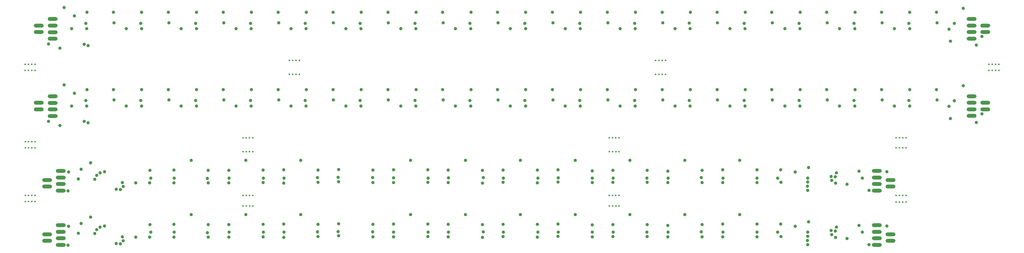
<source format=gbr>
G04 #@! TF.GenerationSoftware,KiCad,Pcbnew,(5.1.0-0)*
G04 #@! TF.CreationDate,2019-04-23T10:34:18-07:00*
G04 #@! TF.ProjectId,TestPanel1,54657374-5061-46e6-956c-312e6b696361,rev?*
G04 #@! TF.SameCoordinates,Original*
G04 #@! TF.FileFunction,Copper,L3,Inr*
G04 #@! TF.FilePolarity,Positive*
%FSLAX46Y46*%
G04 Gerber Fmt 4.6, Leading zero omitted, Abs format (unit mm)*
G04 Created by KiCad (PCBNEW (5.1.0-0)) date 2019-04-23 10:34:18*
%MOMM*%
%LPD*%
G04 APERTURE LIST*
%ADD10C,0.500000*%
%ADD11O,3.000000X1.250000*%
%ADD12C,1.000000*%
G04 APERTURE END LIST*
D10*
X136814000Y-193859000D03*
X137814000Y-193859000D03*
X135814000Y-193859000D03*
X134814000Y-193859000D03*
X134800000Y-190672000D03*
X135800000Y-190672000D03*
X137800000Y-190672000D03*
X136800000Y-190672000D03*
X248055000Y-190658000D03*
X249055000Y-190658000D03*
X247055000Y-190658000D03*
X246055000Y-190658000D03*
X246069000Y-193845000D03*
X247069000Y-193845000D03*
X249069000Y-193845000D03*
X248069000Y-193845000D03*
X248058000Y-173115000D03*
X249058000Y-173115000D03*
X247058000Y-173115000D03*
X246058000Y-173115000D03*
X246072000Y-177360000D03*
X247072000Y-177360000D03*
X249072000Y-177360000D03*
X248072000Y-177360000D03*
X136790000Y-173115000D03*
X137790000Y-173115000D03*
X135790000Y-173115000D03*
X134790000Y-173115000D03*
X134804000Y-177360000D03*
X135804000Y-177360000D03*
X137804000Y-177360000D03*
X136804000Y-177360000D03*
X150899000Y-149606000D03*
X151899000Y-149606000D03*
X149899000Y-149606000D03*
X148899000Y-149606000D03*
X148913000Y-153851000D03*
X149913000Y-153851000D03*
X151913000Y-153851000D03*
X150913000Y-153851000D03*
X260143000Y-149613000D03*
X261143000Y-149613000D03*
X263143000Y-149613000D03*
X262143000Y-149613000D03*
X262157000Y-153858000D03*
X263157000Y-153858000D03*
X261157000Y-153858000D03*
X260157000Y-153858000D03*
X361406000Y-150808000D03*
X362406000Y-150808000D03*
X364406000Y-150808000D03*
X363406000Y-150808000D03*
X363406000Y-152638000D03*
X364406000Y-152638000D03*
X362406000Y-152638000D03*
X361406000Y-152638000D03*
X335237000Y-173102000D03*
X336237000Y-173102000D03*
X334237000Y-173102000D03*
X333237000Y-173102000D03*
X335223000Y-176161000D03*
X336223000Y-176161000D03*
X334223000Y-176161000D03*
X333223000Y-176161000D03*
X333237000Y-190664000D03*
X334237000Y-190664000D03*
X336237000Y-190664000D03*
X335237000Y-190664000D03*
X335237000Y-192665000D03*
X336237000Y-192665000D03*
X334237000Y-192665000D03*
X333237000Y-192665000D03*
X68661000Y-190656000D03*
X69661000Y-190656000D03*
X71661000Y-190656000D03*
X70661000Y-190656000D03*
X70661000Y-192486000D03*
X71661000Y-192486000D03*
X69661000Y-192486000D03*
X68661000Y-192486000D03*
X68668000Y-174332000D03*
X69668000Y-174332000D03*
X71668000Y-174332000D03*
X70668000Y-174332000D03*
X70668000Y-176162000D03*
X71668000Y-176162000D03*
X69668000Y-176162000D03*
X68668000Y-176162000D03*
X68650000Y-152647000D03*
X69650000Y-152647000D03*
X71650000Y-152647000D03*
X70650000Y-152647000D03*
X70650000Y-150817000D03*
X71650000Y-150817000D03*
X69650000Y-150817000D03*
X68650000Y-150817000D03*
D11*
X79460000Y-199724000D03*
X79460000Y-201724000D03*
X79460000Y-203724000D03*
X79460000Y-205724000D03*
X327375588Y-199724000D03*
X327375588Y-201724000D03*
X327375588Y-203724000D03*
X327375588Y-205724000D03*
X75293335Y-202474000D03*
X75293335Y-204474000D03*
X331542238Y-202474000D03*
X331542238Y-204474000D03*
X72793335Y-138974000D03*
X72793335Y-140974000D03*
X356125575Y-136974000D03*
X356125575Y-138974000D03*
X356125575Y-140974000D03*
X356125575Y-142974000D03*
X360292225Y-138974000D03*
X360292225Y-140974000D03*
X76960001Y-137007334D03*
X76960001Y-139007334D03*
X76960001Y-141007334D03*
X76960001Y-143007334D03*
X75293335Y-187974000D03*
X75293335Y-185974000D03*
X327375588Y-189224000D03*
X327375588Y-187224000D03*
X327375588Y-185224000D03*
X327375588Y-183224000D03*
X79460000Y-189224000D03*
X79460000Y-187224000D03*
X79460000Y-185224000D03*
X79460000Y-183224000D03*
X331542238Y-187974000D03*
X331542238Y-185974000D03*
X72793335Y-164474000D03*
X72793335Y-162474000D03*
X356125575Y-166474000D03*
X356125575Y-164474000D03*
X356125575Y-162474000D03*
X356125575Y-160474000D03*
X76960001Y-166507334D03*
X76960001Y-164507334D03*
X76960001Y-162507334D03*
X76960001Y-160507334D03*
X360292225Y-164474000D03*
X360292225Y-162474000D03*
D12*
X285709984Y-179974000D03*
X269043318Y-179974000D03*
X252376652Y-179974000D03*
X235709986Y-179974000D03*
X219043320Y-179974000D03*
X202376654Y-179974000D03*
X185709988Y-179974000D03*
X152376632Y-179974000D03*
X135709972Y-179974000D03*
X106476600Y-186823991D03*
X174251610Y-186774000D03*
X163834950Y-182774000D03*
X113834982Y-182974000D03*
X124251642Y-186874000D03*
X130501638Y-183074000D03*
X140918298Y-186774000D03*
X147168294Y-182874000D03*
X157584954Y-186674000D03*
X180501606Y-182874000D03*
X190918266Y-186674000D03*
X207584922Y-186974000D03*
X197168262Y-182974000D03*
X213834918Y-182974000D03*
X224251578Y-186874000D03*
X230501574Y-182874000D03*
X240918234Y-186774000D03*
X247168230Y-183074000D03*
X257584890Y-186674000D03*
X263834886Y-183274000D03*
X274251546Y-186774000D03*
X280501542Y-182874000D03*
X290918202Y-186774000D03*
X119043312Y-179974000D03*
X302510000Y-183574000D03*
X298110000Y-182874000D03*
X345475600Y-158474000D03*
X328809000Y-158474000D03*
X337309000Y-163474000D03*
X312142400Y-158474000D03*
X320642400Y-163474000D03*
X295475800Y-158474000D03*
X303975800Y-163474000D03*
X278809200Y-158474000D03*
X287309200Y-163474000D03*
X262142600Y-158474000D03*
X270642600Y-163474000D03*
X245476000Y-158474000D03*
X253976000Y-163474000D03*
X228809400Y-158474000D03*
X237309400Y-163474000D03*
X212142800Y-158474000D03*
X220642800Y-163474000D03*
X195476200Y-158474000D03*
X203976200Y-163474000D03*
X178809600Y-158474000D03*
X187309600Y-163474000D03*
X162143000Y-158474000D03*
X170643000Y-163474000D03*
X145476400Y-158474000D03*
X153976400Y-163474000D03*
X128809800Y-158474000D03*
X137309800Y-163474000D03*
X120643200Y-163474000D03*
X95476600Y-158474000D03*
X103976600Y-163474000D03*
X87310000Y-163474000D03*
X112143200Y-158474000D03*
X80451025Y-157007919D03*
X345475600Y-134974000D03*
X328809000Y-134974000D03*
X120643200Y-139974000D03*
X95476600Y-134974000D03*
X103976600Y-139974000D03*
X87310000Y-139974000D03*
X112143200Y-134974000D03*
X80451025Y-133507919D03*
X128809800Y-134974000D03*
X178809600Y-134974000D03*
X137309800Y-139974000D03*
X337309000Y-139974000D03*
X312142400Y-134974000D03*
X320642400Y-139974000D03*
X278809200Y-134974000D03*
X303975800Y-139974000D03*
X295475800Y-134974000D03*
X145476400Y-134974000D03*
X170643000Y-139974000D03*
X153976400Y-139974000D03*
X162143000Y-134974000D03*
X187309600Y-139974000D03*
X270642600Y-139974000D03*
X262142600Y-134974000D03*
X287309200Y-139974000D03*
X228809400Y-134974000D03*
X253976000Y-139974000D03*
X245476000Y-134974000D03*
X220642800Y-139974000D03*
X212142800Y-134974000D03*
X237309400Y-139974000D03*
X195476200Y-134974000D03*
X203976200Y-139974000D03*
X285709984Y-196474000D03*
X269043318Y-196474000D03*
X252376652Y-196474000D03*
X235709986Y-196474000D03*
X106476600Y-203323991D03*
X135709972Y-196474000D03*
X174251610Y-203274000D03*
X152376632Y-196474000D03*
X185709988Y-196474000D03*
X202376654Y-196474000D03*
X219043320Y-196474000D03*
X113834982Y-199474000D03*
X163834950Y-199274000D03*
X130501638Y-199574000D03*
X124251642Y-203374000D03*
X140918298Y-203274000D03*
X147168294Y-199374000D03*
X157584954Y-203174000D03*
X180501606Y-199374000D03*
X190918266Y-203174000D03*
X207584922Y-203474000D03*
X197168262Y-199474000D03*
X213834918Y-199474000D03*
X224251578Y-203374000D03*
X230501574Y-199374000D03*
X240918234Y-203274000D03*
X247168230Y-199574000D03*
X257584890Y-203174000D03*
X263834886Y-199774000D03*
X274251546Y-203274000D03*
X280501542Y-199374000D03*
X290918202Y-203274000D03*
X119043312Y-196474000D03*
X302510000Y-200074000D03*
X298110000Y-199374000D03*
X106543264Y-183073990D03*
X102226638Y-186823999D03*
X174251610Y-182974000D03*
X124251642Y-183074000D03*
X113834982Y-186874000D03*
X140918298Y-182974000D03*
X130501638Y-186874000D03*
X157584954Y-182974000D03*
X147168294Y-186974000D03*
X190918266Y-182874000D03*
X180501606Y-186774000D03*
X197168262Y-186774000D03*
X207584922Y-183074000D03*
X213834918Y-186674000D03*
X224251578Y-182974000D03*
X240918234Y-183174000D03*
X247168230Y-186674000D03*
X257584890Y-183074000D03*
X263834886Y-186774000D03*
X274251546Y-183074000D03*
X290918202Y-182874000D03*
X280501546Y-186774000D03*
X298209864Y-186674000D03*
X84784480Y-185696310D03*
X163834950Y-186473990D03*
X88510000Y-180774000D03*
X318310000Y-187274000D03*
X321910000Y-183274000D03*
X325010000Y-189174000D03*
X81610000Y-189274000D03*
X230501540Y-186574000D03*
X306610000Y-182174004D03*
X332709000Y-163474002D03*
X337375664Y-158474000D03*
X316042400Y-163474002D03*
X320709064Y-158474000D03*
X299375800Y-163474002D03*
X304042464Y-158474000D03*
X282709200Y-163474002D03*
X287375864Y-158474000D03*
X266042600Y-163474002D03*
X270709264Y-158474000D03*
X249376000Y-163474002D03*
X254042664Y-158474000D03*
X232709400Y-163474002D03*
X237376064Y-158474000D03*
X216042800Y-163474002D03*
X220709464Y-158474000D03*
X199376200Y-163474002D03*
X204042864Y-158474000D03*
X182709600Y-163474002D03*
X187376264Y-158474000D03*
X166043000Y-163474002D03*
X170709664Y-158474000D03*
X149376400Y-163474002D03*
X154043064Y-158474000D03*
X132709800Y-163474002D03*
X137376464Y-158474000D03*
X116043200Y-163474002D03*
X120709864Y-158474000D03*
X99376600Y-163474002D03*
X87376664Y-158474000D03*
X82710000Y-163474002D03*
X104043264Y-158474000D03*
X349251479Y-163598123D03*
X353610000Y-157274000D03*
X232709400Y-139974002D03*
X199376200Y-139974002D03*
X270709264Y-134974000D03*
X282709200Y-139974002D03*
X287375864Y-134974000D03*
X266042600Y-139974002D03*
X216042800Y-139974002D03*
X220709464Y-134974000D03*
X237376064Y-134974000D03*
X204042864Y-134974000D03*
X182709600Y-139974002D03*
X249376000Y-139974002D03*
X187376264Y-134974000D03*
X254042664Y-134974000D03*
X166043000Y-139974002D03*
X170709664Y-134974000D03*
X149376400Y-139974002D03*
X154043064Y-134974000D03*
X120709864Y-134974000D03*
X99376600Y-139974002D03*
X132709800Y-139974002D03*
X116043200Y-139974002D03*
X137376464Y-134974000D03*
X87376664Y-134974000D03*
X82710000Y-139974002D03*
X104043264Y-134974000D03*
X349251479Y-140098123D03*
X353610000Y-133774000D03*
X337375664Y-134974000D03*
X299375800Y-139974002D03*
X304042464Y-134974000D03*
X332709000Y-139974002D03*
X320709064Y-134974000D03*
X316042400Y-139974002D03*
X157584954Y-199474000D03*
X180501606Y-203274000D03*
X197168262Y-203274000D03*
X224251578Y-199474000D03*
X130501638Y-203374000D03*
X213834918Y-203174000D03*
X207584922Y-199574000D03*
X190918266Y-199374000D03*
X240918234Y-199674000D03*
X247168230Y-203174000D03*
X257584890Y-199574000D03*
X263834886Y-203274000D03*
X274251546Y-199574000D03*
X290918202Y-199374000D03*
X280501546Y-203274000D03*
X298209864Y-203174000D03*
X84784480Y-202196310D03*
X163834950Y-202973990D03*
X88510000Y-197274000D03*
X318310000Y-203774000D03*
X321910000Y-199774000D03*
X325010000Y-205674000D03*
X81610000Y-205774000D03*
X230501540Y-203074000D03*
X306610000Y-198674004D03*
X147168294Y-203474000D03*
X106543264Y-199573990D03*
X102226638Y-203323999D03*
X174251610Y-199474000D03*
X124251642Y-199574000D03*
X113834982Y-203374000D03*
X140918298Y-199474000D03*
X224410000Y-185374000D03*
X230579645Y-185326429D03*
X228960384Y-161624000D03*
X220410352Y-161824000D03*
X220410352Y-138324000D03*
X228960384Y-138124000D03*
X224410000Y-201874000D03*
X230579645Y-201826429D03*
X280576600Y-185374000D03*
X274009998Y-185274000D03*
X278959584Y-161624000D03*
X270409994Y-161774000D03*
X270409994Y-138274000D03*
X278959584Y-138124000D03*
X280576600Y-201874000D03*
X274009998Y-201774000D03*
X106810000Y-185374000D03*
X113910000Y-185374000D03*
X112293452Y-161624000D03*
X103743420Y-161824000D03*
X112293452Y-138124000D03*
X103743420Y-138324000D03*
X106810000Y-201874000D03*
X113910000Y-201874000D03*
X95626792Y-161624000D03*
X87076760Y-161824000D03*
X87076760Y-138324000D03*
X95626792Y-138124000D03*
X130576672Y-185374000D03*
X124009996Y-185474000D03*
X128960112Y-161624000D03*
X120410080Y-161824000D03*
X120410080Y-138324000D03*
X128960112Y-138124000D03*
X130576672Y-201874000D03*
X124009996Y-201974000D03*
X147243338Y-185374000D03*
X141010000Y-185374000D03*
X145626772Y-161624000D03*
X137076740Y-161824000D03*
X145626772Y-138124000D03*
X137076740Y-138324000D03*
X147243338Y-201874000D03*
X141010000Y-201874000D03*
X163715358Y-185179354D03*
X157410000Y-185274000D03*
X162293432Y-161624000D03*
X153743400Y-161824000D03*
X162293432Y-138124000D03*
X153743400Y-138324000D03*
X157410000Y-201774000D03*
X163715358Y-201679354D03*
X180532024Y-185329354D03*
X174210000Y-185274000D03*
X178960092Y-161624000D03*
X170410060Y-161824000D03*
X170410060Y-138324000D03*
X178960092Y-138124000D03*
X174210000Y-201774000D03*
X180532024Y-201829354D03*
X197198685Y-185329349D03*
X191010000Y-185374000D03*
X195626752Y-161624000D03*
X187076720Y-161824000D03*
X195626752Y-138124000D03*
X187076720Y-138324000D03*
X197198685Y-201829349D03*
X191010000Y-201874000D03*
X213910002Y-185374000D03*
X207810000Y-185274000D03*
X212293412Y-161624000D03*
X203743380Y-161824000D03*
X212293412Y-138124000D03*
X203743380Y-138324000D03*
X213910002Y-201874000D03*
X207810000Y-201774000D03*
X247243334Y-185374000D03*
X240910000Y-185374000D03*
X245627083Y-161624000D03*
X237077051Y-161824000D03*
X237077051Y-138324000D03*
X245627083Y-138124000D03*
X247243334Y-201874000D03*
X240910000Y-201874000D03*
X263910000Y-185374000D03*
X257510000Y-185374000D03*
X262293392Y-161624000D03*
X253743360Y-161824000D03*
X262293392Y-138124000D03*
X253743360Y-138324000D03*
X257510000Y-201874000D03*
X263910000Y-201874000D03*
X297243332Y-185374000D03*
X290910000Y-185374000D03*
X295626712Y-161624000D03*
X287076680Y-161824000D03*
X295626712Y-138124000D03*
X287076680Y-138324000D03*
X297243332Y-201874000D03*
X290910000Y-201874000D03*
X312293879Y-161624000D03*
X303743847Y-161824000D03*
X312293879Y-138124000D03*
X303743847Y-138324000D03*
X328960032Y-161624000D03*
X320410000Y-161824000D03*
X320410000Y-161824000D03*
X328960032Y-161624000D03*
X328960032Y-138124000D03*
X320410000Y-138324000D03*
X320410000Y-138324000D03*
X328960032Y-138124000D03*
X81810000Y-183574000D03*
X85610000Y-182674000D03*
X75746404Y-168137597D03*
X75746404Y-144637597D03*
X81810000Y-200074000D03*
X85610000Y-199174000D03*
X314741683Y-185015938D03*
X345626692Y-161624000D03*
X337076660Y-161824000D03*
X357610006Y-168474000D03*
X345626692Y-138124000D03*
X357610006Y-144974000D03*
X337076660Y-138324000D03*
X314741683Y-201515938D03*
X322909994Y-185374000D03*
X350910000Y-161874000D03*
X359294851Y-165843544D03*
X359294851Y-142343544D03*
X350910000Y-138374000D03*
X322909994Y-201874000D03*
X92777658Y-183433299D03*
X98167828Y-186759870D03*
X315076939Y-183811723D03*
X306336619Y-185372931D03*
X79210000Y-169374000D03*
X86535247Y-168146817D03*
X349710000Y-167274000D03*
X79210000Y-145874000D03*
X86535247Y-144646817D03*
X349710000Y-143774000D03*
X92777658Y-199933299D03*
X98167828Y-203259870D03*
X306336619Y-201872931D03*
X315076939Y-200311723D03*
X89810000Y-185774000D03*
X96309445Y-188773956D03*
X314810000Y-186974000D03*
X330409990Y-183474003D03*
X306331189Y-189121875D03*
X96309445Y-205273956D03*
X89810000Y-202274000D03*
X314810000Y-203474000D03*
X330409990Y-199974003D03*
X306331189Y-205621875D03*
X91394751Y-183804068D03*
X98432365Y-187981570D03*
X313500966Y-184863801D03*
X306339914Y-186622938D03*
X87709998Y-168574000D03*
X87709998Y-145074000D03*
X91394751Y-200304068D03*
X98432365Y-204481570D03*
X313500966Y-201363801D03*
X306339914Y-203122938D03*
X90410000Y-184574000D03*
X97555567Y-188872499D03*
X313613136Y-186108768D03*
X306298955Y-187872279D03*
X83596404Y-159587596D03*
X83596404Y-136087596D03*
X90410000Y-201074000D03*
X97555567Y-205372499D03*
X313613136Y-202608768D03*
X306298955Y-204372279D03*
M02*

</source>
